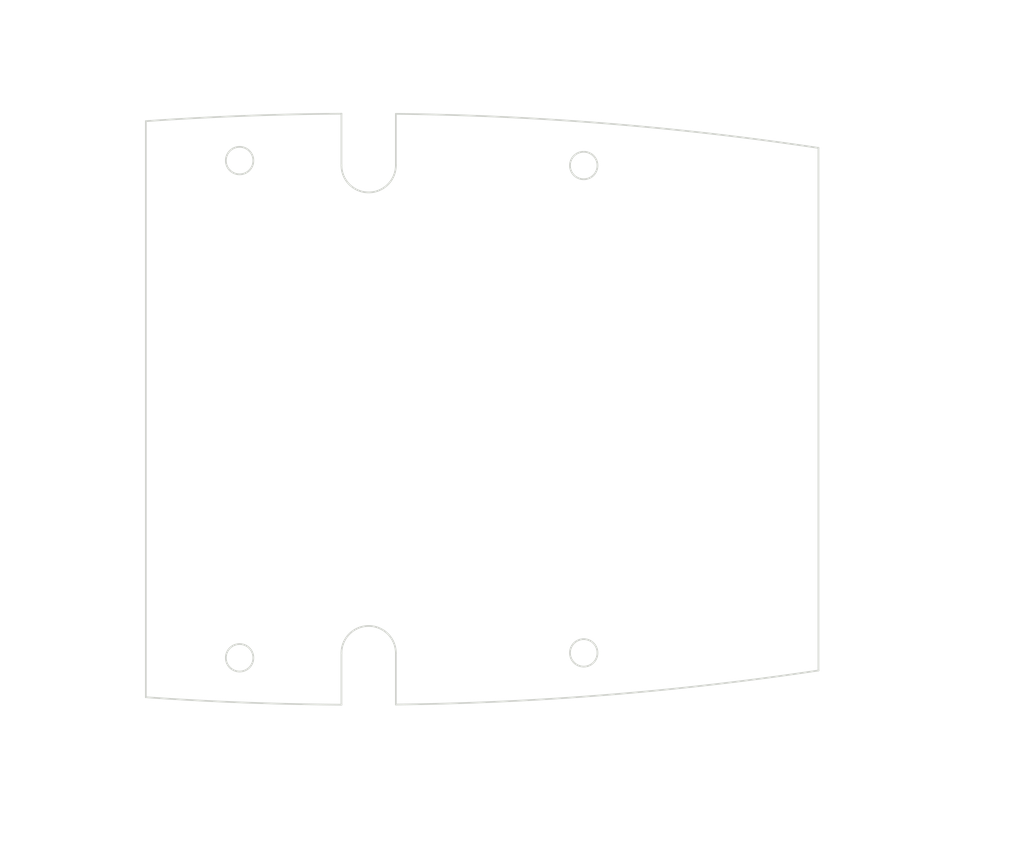
<source format=kicad_pcb>
(kicad_pcb (version 20171130) (host pcbnew "(5.1.0)-1")

  (general
    (thickness 1.6)
    (drawings 123)
    (tracks 0)
    (zones 0)
    (modules 0)
    (nets 1)
  )

  (page A4)
  (layers
    (0 F.Cu signal)
    (31 B.Cu signal)
    (32 B.Adhes user)
    (33 F.Adhes user)
    (34 B.Paste user)
    (35 F.Paste user)
    (36 B.SilkS user)
    (37 F.SilkS user)
    (38 B.Mask user)
    (39 F.Mask user)
    (40 Dwgs.User user)
    (41 Cmts.User user)
    (42 Eco1.User user)
    (43 Eco2.User user)
    (44 Edge.Cuts user)
    (45 Margin user)
    (46 B.CrtYd user)
    (47 F.CrtYd user)
    (48 B.Fab user)
    (49 F.Fab user)
  )

  (setup
    (last_trace_width 0.25)
    (trace_clearance 0.2)
    (zone_clearance 0.508)
    (zone_45_only no)
    (trace_min 0.2)
    (via_size 0.8)
    (via_drill 0.4)
    (via_min_size 0.4)
    (via_min_drill 0.3)
    (uvia_size 0.3)
    (uvia_drill 0.1)
    (uvias_allowed no)
    (uvia_min_size 0.2)
    (uvia_min_drill 0.1)
    (edge_width 0.05)
    (segment_width 0.2)
    (pcb_text_width 0.3)
    (pcb_text_size 1.5 1.5)
    (mod_edge_width 0.12)
    (mod_text_size 1 1)
    (mod_text_width 0.15)
    (pad_size 1.524 1.524)
    (pad_drill 0.762)
    (pad_to_mask_clearance 0.051)
    (solder_mask_min_width 0.25)
    (aux_axis_origin 0 0)
    (visible_elements FFFFFF7F)
    (pcbplotparams
      (layerselection 0x010fc_ffffffff)
      (usegerberextensions false)
      (usegerberattributes false)
      (usegerberadvancedattributes false)
      (creategerberjobfile false)
      (excludeedgelayer true)
      (linewidth 0.152400)
      (plotframeref false)
      (viasonmask false)
      (mode 1)
      (useauxorigin false)
      (hpglpennumber 1)
      (hpglpenspeed 20)
      (hpglpendiameter 15.000000)
      (psnegative false)
      (psa4output false)
      (plotreference true)
      (plotvalue true)
      (plotinvisibletext false)
      (padsonsilk false)
      (subtractmaskfromsilk false)
      (outputformat 1)
      (mirror false)
      (drillshape 1)
      (scaleselection 1)
      (outputdirectory ""))
  )

  (net 0 "")

  (net_class Default "This is the default net class."
    (clearance 0.2)
    (trace_width 0.25)
    (via_dia 0.8)
    (via_drill 0.4)
    (uvia_dia 0.3)
    (uvia_drill 0.1)
  )

  (gr_line (start 126.904211 127.153532) (end 89.779862 127.153532) (layer Dwgs.User) (width 0.2))
  (gr_line (start 183.348998 123.175951) (end 183.348998 62.398614) (layer Edge.Cuts) (width 0.2))
  (gr_arc (start 130.134028 -230.184511) (end 134.229661 127.137018) (angle -7.907509114) (layer Edge.Cuts) (width 0.2))
  (gr_line (start 134.229661 121.161403) (end 134.229661 127.137018) (layer Edge.Cuts) (width 0.2))
  (gr_arc (start 131.066936 121.161403) (end 134.229661 121.161403) (angle -180) (layer Edge.Cuts) (width 0.2))
  (gr_line (start 127.904211 127.153532) (end 127.904211 121.161403) (layer Edge.Cuts) (width 0.2))
  (gr_arc (start 130.134028 -230.184511) (end 105.167861 126.287282) (angle -3.648749451) (layer Edge.Cuts) (width 0.2))
  (gr_line (start 105.167861 59.287282) (end 105.167861 126.287282) (layer Edge.Cuts) (width 0.2))
  (gr_arc (start 130.134028 415.759075) (end 127.904211 58.421033) (angle -3.648749451) (layer Edge.Cuts) (width 0.2))
  (gr_line (start 127.904211 64.413162) (end 127.904211 58.421033) (layer Edge.Cuts) (width 0.2))
  (gr_arc (start 131.066936 64.413162) (end 127.904211 64.413162) (angle -180) (layer Edge.Cuts) (width 0.2))
  (gr_line (start 134.229661 58.437547) (end 134.229661 64.413162) (layer Edge.Cuts) (width 0.2))
  (gr_arc (start 130.134028 415.759075) (end 183.348998 62.398614) (angle -7.907509114) (layer Edge.Cuts) (width 0.2))
  (gr_circle (center 156.066936 121.128282) (end 157.666936 121.128282) (layer Edge.Cuts) (width 0.2))
  (gr_circle (center 116.066936 63.874282) (end 117.666936 63.874282) (layer Edge.Cuts) (width 0.2))
  (gr_circle (center 116.066936 121.700282) (end 117.666936 121.700282) (layer Edge.Cuts) (width 0.2))
  (gr_circle (center 156.066936 64.446282) (end 157.666936 64.446282) (layer Edge.Cuts) (width 0.2))
  (gr_line (start 116.066936 122.200282) (end 116.066936 123.800282) (layer Dwgs.User) (width 0.2))
  (gr_line (start 116.066936 121.700282) (end 116.066936 121.950282) (layer Dwgs.User) (width 0.2))
  (gr_line (start 116.066936 121.200282) (end 116.066936 119.600282) (layer Dwgs.User) (width 0.2))
  (gr_line (start 116.066936 121.700282) (end 116.066936 121.450282) (layer Dwgs.User) (width 0.2))
  (gr_line (start 115.566936 121.700282) (end 113.966936 121.700282) (layer Dwgs.User) (width 0.2))
  (gr_line (start 116.066936 121.700282) (end 115.816936 121.700282) (layer Dwgs.User) (width 0.2))
  (gr_line (start 116.566936 121.700282) (end 118.166936 121.700282) (layer Dwgs.User) (width 0.2))
  (gr_line (start 116.066936 121.700282) (end 116.316936 121.700282) (layer Dwgs.User) (width 0.2))
  (gr_line (start 116.066936 64.374282) (end 116.066936 65.974282) (layer Dwgs.User) (width 0.2))
  (gr_line (start 116.066936 63.874282) (end 116.066936 64.124282) (layer Dwgs.User) (width 0.2))
  (gr_line (start 116.066936 63.374282) (end 116.066936 61.774282) (layer Dwgs.User) (width 0.2))
  (gr_line (start 116.066936 63.874282) (end 116.066936 63.624282) (layer Dwgs.User) (width 0.2))
  (gr_line (start 115.566936 63.874282) (end 113.966936 63.874282) (layer Dwgs.User) (width 0.2))
  (gr_line (start 116.066936 63.874282) (end 115.816936 63.874282) (layer Dwgs.User) (width 0.2))
  (gr_line (start 116.566936 63.874282) (end 118.166936 63.874282) (layer Dwgs.User) (width 0.2))
  (gr_line (start 116.066936 63.874282) (end 116.316936 63.874282) (layer Dwgs.User) (width 0.2))
  (gr_line (start 156.066936 121.628282) (end 156.066936 123.228282) (layer Dwgs.User) (width 0.2))
  (gr_line (start 156.066936 121.128282) (end 156.066936 121.378282) (layer Dwgs.User) (width 0.2))
  (gr_line (start 156.066936 120.628282) (end 156.066936 119.028282) (layer Dwgs.User) (width 0.2))
  (gr_line (start 156.066936 121.128282) (end 156.066936 120.878282) (layer Dwgs.User) (width 0.2))
  (gr_line (start 155.566936 121.128282) (end 153.966936 121.128282) (layer Dwgs.User) (width 0.2))
  (gr_line (start 156.066936 121.128282) (end 155.816936 121.128282) (layer Dwgs.User) (width 0.2))
  (gr_line (start 156.566936 121.128282) (end 158.166936 121.128282) (layer Dwgs.User) (width 0.2))
  (gr_line (start 156.066936 121.128282) (end 156.316936 121.128282) (layer Dwgs.User) (width 0.2))
  (gr_line (start 156.066936 64.946282) (end 156.066936 66.546282) (layer Dwgs.User) (width 0.2))
  (gr_line (start 156.066936 64.446282) (end 156.066936 64.696282) (layer Dwgs.User) (width 0.2))
  (gr_line (start 156.066936 63.946282) (end 156.066936 62.346282) (layer Dwgs.User) (width 0.2))
  (gr_line (start 156.066936 64.446282) (end 156.066936 64.196282) (layer Dwgs.User) (width 0.2))
  (gr_line (start 155.566936 64.446282) (end 153.966936 64.446282) (layer Dwgs.User) (width 0.2))
  (gr_line (start 156.066936 64.446282) (end 155.816936 64.446282) (layer Dwgs.User) (width 0.2))
  (gr_line (start 156.566936 64.446282) (end 158.166936 64.446282) (layer Dwgs.User) (width 0.2))
  (gr_line (start 156.066936 64.446282) (end 156.316936 64.446282) (layer Dwgs.User) (width 0.2))
  (gr_line (start 131.066936 64.913162) (end 131.066936 68.075887) (layer Dwgs.User) (width 0.2))
  (gr_line (start 131.066936 64.413162) (end 131.066936 64.663162) (layer Dwgs.User) (width 0.2))
  (gr_line (start 131.066936 64.413162) (end 131.066936 64.163162) (layer Dwgs.User) (width 0.2))
  (gr_line (start 130.566936 64.413162) (end 127.404211 64.413162) (layer Dwgs.User) (width 0.2))
  (gr_line (start 131.066936 64.413162) (end 130.816936 64.413162) (layer Dwgs.User) (width 0.2))
  (gr_line (start 131.566936 64.413162) (end 134.729661 64.413162) (layer Dwgs.User) (width 0.2))
  (gr_line (start 131.066936 64.413162) (end 131.316936 64.413162) (layer Dwgs.User) (width 0.2))
  (gr_line (start 131.066936 121.161403) (end 131.066936 121.411403) (layer Dwgs.User) (width 0.2))
  (gr_line (start 131.066936 120.661403) (end 131.066936 117.498678) (layer Dwgs.User) (width 0.2))
  (gr_line (start 131.066936 121.161403) (end 131.066936 120.911403) (layer Dwgs.User) (width 0.2))
  (gr_line (start 130.566936 121.161403) (end 127.404211 121.161403) (layer Dwgs.User) (width 0.2))
  (gr_line (start 131.066936 121.161403) (end 130.816936 121.161403) (layer Dwgs.User) (width 0.2))
  (gr_line (start 131.566936 121.161403) (end 134.729661 121.161403) (layer Dwgs.User) (width 0.2))
  (gr_line (start 131.066936 121.161403) (end 131.316936 121.161403) (layer Dwgs.User) (width 0.2))
  (gr_text [2.23] (at 187.820892 94.869001) (layer Dwgs.User)
    (effects (font (size 2 1.8) (thickness 0.25)))
  )
  (gr_text " 56.68" (at 187.820892 90.966136) (layer Dwgs.User)
    (effects (font (size 2 1.8) (thickness 0.25)))
  )
  (gr_line (start 187.820892 119.128282) (end 187.820892 96.690147) (layer Dwgs.User) (width 0.2))
  (gr_line (start 187.820892 66.446282) (end 187.820892 88.884418) (layer Dwgs.User) (width 0.2))
  (gr_line (start 157.066936 121.128282) (end 190.995892 121.128282) (layer Dwgs.User) (width 0.2))
  (gr_line (start 157.066936 64.446282) (end 190.995892 64.446282) (layer Dwgs.User) (width 0.2))
  (gr_text [2.39] (at 202.505898 94.869001) (layer Dwgs.User)
    (effects (font (size 2 1.8) (thickness 0.25)))
  )
  (gr_text " 60.78" (at 202.505898 90.966136) (layer Dwgs.User)
    (effects (font (size 2 1.8) (thickness 0.25)))
  )
  (gr_line (start 202.505898 64.398614) (end 202.505898 88.884418) (layer Dwgs.User) (width 0.2))
  (gr_line (start 202.505898 121.175951) (end 202.505898 96.690147) (layer Dwgs.User) (width 0.2))
  (gr_line (start 184.348998 62.398614) (end 205.680898 62.398614) (layer Dwgs.User) (width 0.2))
  (gr_line (start 184.348998 123.175951) (end 205.680898 123.175951) (layer Dwgs.User) (width 0.2))
  (gr_text [2.71] (at 92.954862 87.649675) (layer Dwgs.User)
    (effects (font (size 2 1.8) (thickness 0.25)))
  )
  (gr_text " 68.73" (at 92.954862 83.746128) (layer Dwgs.User)
    (effects (font (size 2 1.8) (thickness 0.25)))
  )
  (gr_line (start 92.954862 125.153532) (end 92.954862 89.471503) (layer Dwgs.User) (width 0.2))
  (gr_line (start 92.954862 60.421033) (end 92.954862 81.664409) (layer Dwgs.User) (width 0.2))
  (gr_text [2.23] (at 124.400269 85.853491) (layer Dwgs.User)
    (effects (font (size 2 1.8) (thickness 0.25)))
  )
  (gr_text " 56.75" (at 124.400269 81.950626) (layer Dwgs.User)
    (effects (font (size 2 1.8) (thickness 0.25)))
  )
  (gr_line (start 124.400269 119.161403) (end 124.400269 87.674637) (layer Dwgs.User) (width 0.2))
  (gr_line (start 124.400269 66.413162) (end 124.400269 79.868907) (layer Dwgs.User) (width 0.2))
  (gr_line (start 130.066936 121.161403) (end 121.225269 121.161403) (layer Dwgs.User) (width 0.2))
  (gr_line (start 130.066936 64.413162) (end 121.225269 64.413162) (layer Dwgs.User) (width 0.2))
  (gr_text [3.08] (at 144.258429 50.707564) (layer Dwgs.User)
    (effects (font (size 2 1.8) (thickness 0.25)))
  )
  (gr_text " 78.18" (at 144.258429 46.8047) (layer Dwgs.User)
    (effects (font (size 2 1.8) (thickness 0.25)))
  )
  (gr_line (start 181.348998 48.625846) (end 148.881076 48.625846) (layer Dwgs.User) (width 0.2))
  (gr_line (start 107.167861 48.625846) (end 139.635783 48.625846) (layer Dwgs.User) (width 0.2))
  (gr_line (start 183.348998 61.398614) (end 183.348998 45.450846) (layer Dwgs.User) (width 0.2))
  (gr_line (start 105.167861 58.287282) (end 105.167861 45.450846) (layer Dwgs.User) (width 0.2))
  (gr_text [R14.07] (at 179.432323 135.882158) (layer Dwgs.User)
    (effects (font (size 2 1.8) (thickness 0.25)))
  )
  (gr_text " R357.34" (at 179.432323 131.978611) (layer Dwgs.User)
    (effects (font (size 2 1.8) (thickness 0.25)))
  )
  (gr_line (start 165.781408 133.800439) (end 165.159415 127.449452) (layer Dwgs.User) (width 0.2))
  (gr_line (start 173.030004 133.800439) (end 165.781408 133.800439) (layer Dwgs.User) (width 0.2))
  (gr_text [1.57] (at 136.066936 142.481431) (layer Dwgs.User)
    (effects (font (size 2 1.8) (thickness 0.25)))
  )
  (gr_text " 40.00" (at 136.066936 138.578566) (layer Dwgs.User)
    (effects (font (size 2 1.8) (thickness 0.25)))
  )
  (gr_line (start 118.066936 140.399712) (end 131.449746 140.399712) (layer Dwgs.User) (width 0.2))
  (gr_line (start 154.066936 140.399712) (end 140.684126 140.399712) (layer Dwgs.User) (width 0.2))
  (gr_line (start 116.066936 122.700282) (end 116.066936 143.574712) (layer Dwgs.User) (width 0.2))
  (gr_line (start 156.066936 122.128282) (end 156.066936 143.574712) (layer Dwgs.User) (width 0.2))
  (gr_text [.43] (at 98.550672 142.390431) (layer Dwgs.User)
    (effects (font (size 2 1.8) (thickness 0.25)))
  )
  (gr_text " 10.90" (at 98.550672 138.487566) (layer Dwgs.User)
    (effects (font (size 2 1.8) (thickness 0.25)))
  )
  (gr_line (start 105.167861 140.308712) (end 103.167861 140.308712) (layer Dwgs.User) (width 0.2))
  (gr_line (start 114.066936 140.308712) (end 107.167861 140.308712) (layer Dwgs.User) (width 0.2))
  (gr_line (start 116.066936 122.700282) (end 116.066936 143.483712) (layer Dwgs.User) (width 0.2))
  (gr_line (start 105.167861 127.287282) (end 105.167861 143.483712) (layer Dwgs.User) (width 0.2))
  (gr_line (start 156.066936 64.536282) (end 156.066936 64.356282) (layer Dwgs.User) (width 0.2))
  (gr_line (start 155.976936 64.446282) (end 156.156936 64.446282) (layer Dwgs.User) (width 0.2))
  (gr_text " ∅3.20\n[∅0.13]" (at 171.07247 55.733773) (layer Dwgs.User)
    (effects (font (size 2 1.8) (thickness 0.25)))
  )
  (gr_line (start 163.876154 55.733773) (end 158.469757 61.765527) (layer Dwgs.User) (width 0.2))
  (gr_line (start 165.876154 55.733773) (end 163.876154 55.733773) (layer Dwgs.User) (width 0.2))
  (gr_line (start 131.066936 64.503162) (end 131.066936 64.323162) (layer Dwgs.User) (width 0.2))
  (gr_line (start 130.976936 64.413162) (end 131.156936 64.413162) (layer Dwgs.User) (width 0.2))
  (gr_text " ∅6.33\n[∅0.25]" (at 148.762321 79.340793) (layer Dwgs.User)
    (effects (font (size 2 1.8) (thickness 0.25)))
  )
  (gr_line (start 141.566005 79.340793) (end 134.036998 68.636012) (layer Dwgs.User) (width 0.2))
  (gr_line (start 143.566005 79.340793) (end 141.566005 79.340793) (layer Dwgs.User) (width 0.2))
  (gr_text [2.28] (at 100.342241 100.549541) (layer Dwgs.User)
    (effects (font (size 2 1.8) (thickness 0.25)))
  )
  (gr_text " 57.83" (at 100.342241 96.645994) (layer Dwgs.User)
    (effects (font (size 2 1.8) (thickness 0.25)))
  )
  (gr_line (start 100.342241 119.700282) (end 100.342241 102.371369) (layer Dwgs.User) (width 0.2))
  (gr_line (start 100.342241 65.874282) (end 100.342241 94.564275) (layer Dwgs.User) (width 0.2))
  (gr_line (start 115.066936 121.700282) (end 97.167241 121.700282) (layer Dwgs.User) (width 0.2))
  (gr_line (start 115.066936 63.874282) (end 97.167241 63.874282) (layer Dwgs.User) (width 0.2))

)

</source>
